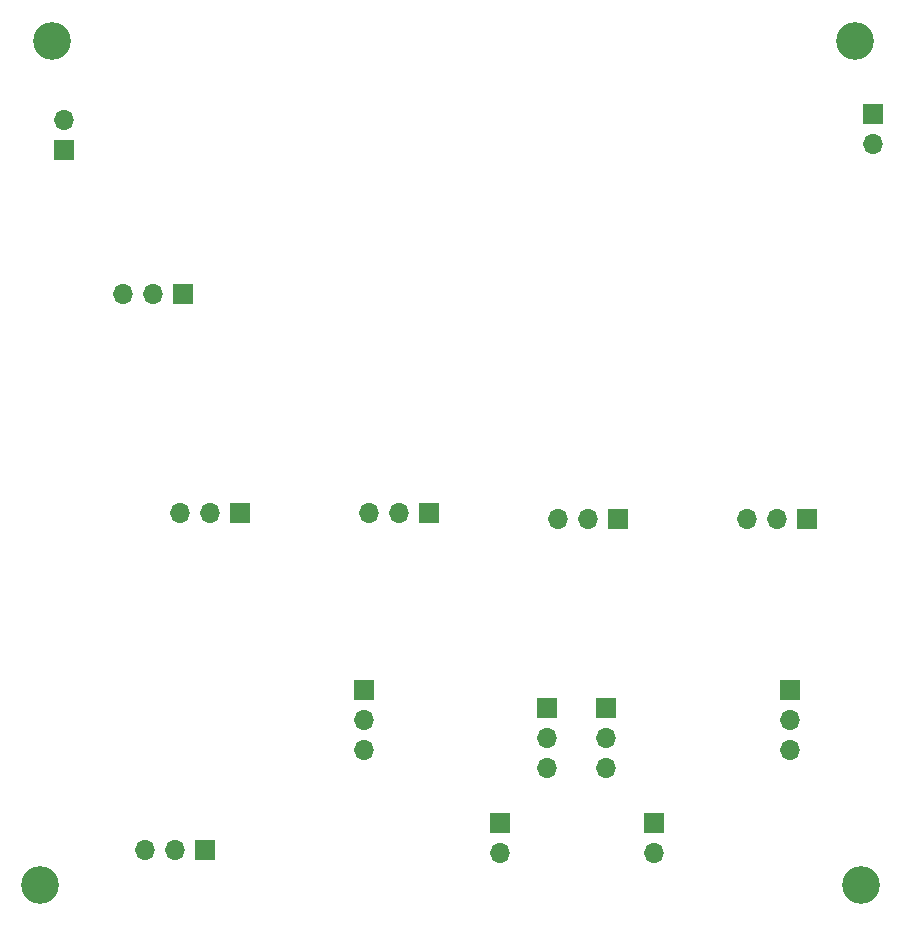
<source format=gbr>
%TF.GenerationSoftware,KiCad,Pcbnew,8.0.5*%
%TF.CreationDate,2024-11-23T13:55:34+01:00*%
%TF.ProjectId,mesa_mezclas,6d657361-5f6d-4657-9a63-6c61732e6b69,rev?*%
%TF.SameCoordinates,Original*%
%TF.FileFunction,Soldermask,Bot*%
%TF.FilePolarity,Negative*%
%FSLAX46Y46*%
G04 Gerber Fmt 4.6, Leading zero omitted, Abs format (unit mm)*
G04 Created by KiCad (PCBNEW 8.0.5) date 2024-11-23 13:55:34*
%MOMM*%
%LPD*%
G01*
G04 APERTURE LIST*
%ADD10C,3.200000*%
%ADD11R,1.700000X1.700000*%
%ADD12O,1.700000X1.700000*%
G04 APERTURE END LIST*
D10*
%TO.C,REF\u002A\u002A*%
X159500000Y-167000000D03*
%TD*%
%TO.C,REF\u002A\u002A*%
X90000000Y-167000000D03*
%TD*%
%TO.C,REF\u002A\u002A*%
X91000000Y-95500000D03*
%TD*%
%TO.C,REF\u002A\u002A*%
X159000000Y-95500000D03*
%TD*%
D11*
%TO.C,J5*%
X141925000Y-161725000D03*
D12*
X141925000Y-164265000D03*
%TD*%
D11*
%TO.C,RV5*%
X106925000Y-135500000D03*
D12*
X104385000Y-135500000D03*
X101845000Y-135500000D03*
%TD*%
D11*
%TO.C,J8*%
X103925000Y-164000000D03*
D12*
X101385000Y-164000000D03*
X98845000Y-164000000D03*
%TD*%
%TO.C,J3*%
X160500000Y-104265000D03*
D11*
X160500000Y-101725000D03*
%TD*%
%TO.C,RV7*%
X138925000Y-136000000D03*
D12*
X136385000Y-136000000D03*
X133845000Y-136000000D03*
%TD*%
D11*
%TO.C,RV2*%
X117425000Y-150460000D03*
D12*
X117425000Y-153000000D03*
X117425000Y-155540000D03*
%TD*%
D11*
%TO.C,RV1*%
X132925000Y-152000000D03*
D12*
X132925000Y-154540000D03*
X132925000Y-157080000D03*
%TD*%
D11*
%TO.C,J2*%
X128925000Y-161725000D03*
D12*
X128925000Y-164265000D03*
%TD*%
D11*
%TO.C,RV8*%
X154925000Y-136000000D03*
D12*
X152385000Y-136000000D03*
X149845000Y-136000000D03*
%TD*%
D11*
%TO.C,RV9*%
X102040000Y-117000000D03*
D12*
X99500000Y-117000000D03*
X96960000Y-117000000D03*
%TD*%
D11*
%TO.C,RV6*%
X122925000Y-135500000D03*
D12*
X120385000Y-135500000D03*
X117845000Y-135500000D03*
%TD*%
D11*
%TO.C,J1*%
X92000000Y-104775000D03*
D12*
X92000000Y-102235000D03*
%TD*%
D11*
%TO.C,RV4*%
X153425000Y-150460000D03*
D12*
X153425000Y-153000000D03*
X153425000Y-155540000D03*
%TD*%
D11*
%TO.C,RV3*%
X137925000Y-152000000D03*
D12*
X137925000Y-154540000D03*
X137925000Y-157080000D03*
%TD*%
M02*

</source>
